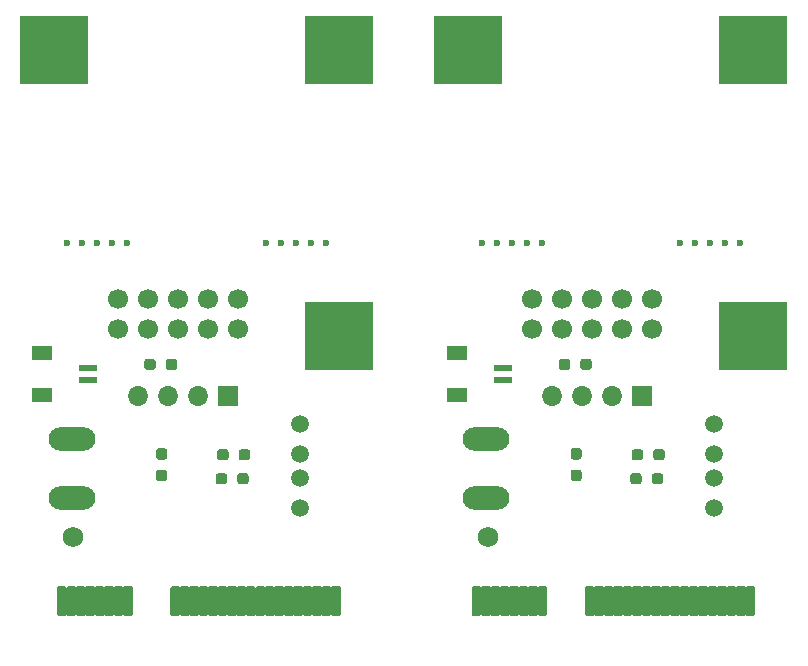
<source format=gbr>
%TF.GenerationSoftware,KiCad,Pcbnew,(5.1.9)-1*%
%TF.CreationDate,2021-06-29T00:03:32+02:00*%
%TF.ProjectId,mPCIE_to_CAN,6d504349-455f-4746-9f5f-43414e2e6b69,rev?*%
%TF.SameCoordinates,Original*%
%TF.FileFunction,Soldermask,Bot*%
%TF.FilePolarity,Negative*%
%FSLAX46Y46*%
G04 Gerber Fmt 4.6, Leading zero omitted, Abs format (unit mm)*
G04 Created by KiCad (PCBNEW (5.1.9)-1) date 2021-06-29 00:03:32*
%MOMM*%
%LPD*%
G01*
G04 APERTURE LIST*
%ADD10C,0.600000*%
%ADD11R,1.550000X0.600000*%
%ADD12R,1.800000X1.200000*%
%ADD13C,1.700000*%
%ADD14R,5.800000X5.800000*%
%ADD15C,1.750000*%
%ADD16O,3.962400X1.981200*%
%ADD17O,1.727200X1.700000*%
%ADD18R,1.727200X1.700000*%
%ADD19C,1.501140*%
G04 APERTURE END LIST*
D10*
%TO.C,REF\u002A\u002A*%
X227173800Y-52169200D03*
X228443800Y-52169200D03*
X230983800Y-52169200D03*
X232253800Y-52169200D03*
X229713800Y-52169200D03*
%TD*%
%TO.C,R3*%
G36*
G01*
X218122500Y-69539800D02*
X218597500Y-69539800D01*
G75*
G02*
X218835000Y-69777300I0J-237500D01*
G01*
X218835000Y-70277300D01*
G75*
G02*
X218597500Y-70514800I-237500J0D01*
G01*
X218122500Y-70514800D01*
G75*
G02*
X217885000Y-70277300I0J237500D01*
G01*
X217885000Y-69777300D01*
G75*
G02*
X218122500Y-69539800I237500J0D01*
G01*
G37*
G36*
G01*
X218122500Y-71364800D02*
X218597500Y-71364800D01*
G75*
G02*
X218835000Y-71602300I0J-237500D01*
G01*
X218835000Y-72102300D01*
G75*
G02*
X218597500Y-72339800I-237500J0D01*
G01*
X218122500Y-72339800D01*
G75*
G02*
X217885000Y-72102300I0J237500D01*
G01*
X217885000Y-71602300D01*
G75*
G02*
X218122500Y-71364800I237500J0D01*
G01*
G37*
%TD*%
D11*
%TO.C,J2*%
X212137000Y-63751600D03*
X212137000Y-62751600D03*
D12*
X208262000Y-61451600D03*
X208262000Y-65051600D03*
%TD*%
D13*
%TO.C,J3*%
X214626200Y-59484400D03*
X217166200Y-59484400D03*
X219706200Y-59484400D03*
X222246200Y-59484400D03*
X224786200Y-59484400D03*
X217166200Y-56944400D03*
X224786200Y-56944400D03*
X219706200Y-56944400D03*
X222246200Y-56944400D03*
X214626200Y-56944400D03*
%TD*%
D14*
%TO.C,REF\u002A\u002A*%
X209206240Y-35843600D03*
%TD*%
%TO.C,R2*%
G36*
G01*
X225729000Y-71896100D02*
X225729000Y-72371100D01*
G75*
G02*
X225491500Y-72608600I-237500J0D01*
G01*
X224991500Y-72608600D01*
G75*
G02*
X224754000Y-72371100I0J237500D01*
G01*
X224754000Y-71896100D01*
G75*
G02*
X224991500Y-71658600I237500J0D01*
G01*
X225491500Y-71658600D01*
G75*
G02*
X225729000Y-71896100I0J-237500D01*
G01*
G37*
G36*
G01*
X223904000Y-71896100D02*
X223904000Y-72371100D01*
G75*
G02*
X223666500Y-72608600I-237500J0D01*
G01*
X223166500Y-72608600D01*
G75*
G02*
X222929000Y-72371100I0J237500D01*
G01*
X222929000Y-71896100D01*
G75*
G02*
X223166500Y-71658600I237500J0D01*
G01*
X223666500Y-71658600D01*
G75*
G02*
X223904000Y-71896100I0J-237500D01*
G01*
G37*
%TD*%
%TO.C,R4*%
G36*
G01*
X219683800Y-62218700D02*
X219683800Y-62693700D01*
G75*
G02*
X219446300Y-62931200I-237500J0D01*
G01*
X218946300Y-62931200D01*
G75*
G02*
X218708800Y-62693700I0J237500D01*
G01*
X218708800Y-62218700D01*
G75*
G02*
X218946300Y-61981200I237500J0D01*
G01*
X219446300Y-61981200D01*
G75*
G02*
X219683800Y-62218700I0J-237500D01*
G01*
G37*
G36*
G01*
X217858800Y-62218700D02*
X217858800Y-62693700D01*
G75*
G02*
X217621300Y-62931200I-237500J0D01*
G01*
X217121300Y-62931200D01*
G75*
G02*
X216883800Y-62693700I0J237500D01*
G01*
X216883800Y-62218700D01*
G75*
G02*
X217121300Y-61981200I237500J0D01*
G01*
X217621300Y-61981200D01*
G75*
G02*
X217858800Y-62218700I0J-237500D01*
G01*
G37*
%TD*%
D15*
%TO.C,U1*%
X210888360Y-77040880D03*
D16*
X210761360Y-68738880D03*
X210761360Y-73738880D03*
D17*
X216349360Y-65102880D03*
X218889360Y-65102880D03*
X221429360Y-65102880D03*
D18*
X223969360Y-65102880D03*
D19*
X230063240Y-72087020D03*
X230063240Y-74627020D03*
X230063240Y-70055020D03*
X230063240Y-67515020D03*
%TD*%
%TO.C,R1*%
G36*
G01*
X225856000Y-69864100D02*
X225856000Y-70339100D01*
G75*
G02*
X225618500Y-70576600I-237500J0D01*
G01*
X225118500Y-70576600D01*
G75*
G02*
X224881000Y-70339100I0J237500D01*
G01*
X224881000Y-69864100D01*
G75*
G02*
X225118500Y-69626600I237500J0D01*
G01*
X225618500Y-69626600D01*
G75*
G02*
X225856000Y-69864100I0J-237500D01*
G01*
G37*
G36*
G01*
X224031000Y-69864100D02*
X224031000Y-70339100D01*
G75*
G02*
X223793500Y-70576600I-237500J0D01*
G01*
X223293500Y-70576600D01*
G75*
G02*
X223056000Y-70339100I0J237500D01*
G01*
X223056000Y-69864100D01*
G75*
G02*
X223293500Y-69626600I237500J0D01*
G01*
X223793500Y-69626600D01*
G75*
G02*
X224031000Y-69864100I0J-237500D01*
G01*
G37*
%TD*%
D10*
%TO.C,REF\u002A\u002A*%
X212924400Y-52169200D03*
X215464400Y-52169200D03*
X214194400Y-52169200D03*
X211654400Y-52169200D03*
X210384400Y-52169200D03*
%TD*%
D14*
%TO.C,REF\u002A\u002A*%
X233371400Y-35843600D03*
%TD*%
%TO.C,J1*%
G36*
G01*
X215209000Y-81243800D02*
X215809000Y-81243800D01*
G75*
G02*
X215909000Y-81343800I0J-100000D01*
G01*
X215909000Y-83643800D01*
G75*
G02*
X215809000Y-83743800I-100000J0D01*
G01*
X215209000Y-83743800D01*
G75*
G02*
X215109000Y-83643800I0J100000D01*
G01*
X215109000Y-81343800D01*
G75*
G02*
X215209000Y-81243800I100000J0D01*
G01*
G37*
G36*
G01*
X219209000Y-81243800D02*
X219809000Y-81243800D01*
G75*
G02*
X219909000Y-81343800I0J-100000D01*
G01*
X219909000Y-83643800D01*
G75*
G02*
X219809000Y-83743800I-100000J0D01*
G01*
X219209000Y-83743800D01*
G75*
G02*
X219109000Y-83643800I0J100000D01*
G01*
X219109000Y-81343800D01*
G75*
G02*
X219209000Y-81243800I100000J0D01*
G01*
G37*
G36*
G01*
X214409000Y-81243800D02*
X215009000Y-81243800D01*
G75*
G02*
X215109000Y-81343800I0J-100000D01*
G01*
X215109000Y-83643800D01*
G75*
G02*
X215009000Y-83743800I-100000J0D01*
G01*
X214409000Y-83743800D01*
G75*
G02*
X214309000Y-83643800I0J100000D01*
G01*
X214309000Y-81343800D01*
G75*
G02*
X214409000Y-81243800I100000J0D01*
G01*
G37*
G36*
G01*
X213609000Y-81243800D02*
X214209000Y-81243800D01*
G75*
G02*
X214309000Y-81343800I0J-100000D01*
G01*
X214309000Y-83643800D01*
G75*
G02*
X214209000Y-83743800I-100000J0D01*
G01*
X213609000Y-83743800D01*
G75*
G02*
X213509000Y-83643800I0J100000D01*
G01*
X213509000Y-81343800D01*
G75*
G02*
X213609000Y-81243800I100000J0D01*
G01*
G37*
G36*
G01*
X212809000Y-81243800D02*
X213409000Y-81243800D01*
G75*
G02*
X213509000Y-81343800I0J-100000D01*
G01*
X213509000Y-83643800D01*
G75*
G02*
X213409000Y-83743800I-100000J0D01*
G01*
X212809000Y-83743800D01*
G75*
G02*
X212709000Y-83643800I0J100000D01*
G01*
X212709000Y-81343800D01*
G75*
G02*
X212809000Y-81243800I100000J0D01*
G01*
G37*
G36*
G01*
X212009000Y-81243800D02*
X212609000Y-81243800D01*
G75*
G02*
X212709000Y-81343800I0J-100000D01*
G01*
X212709000Y-83643800D01*
G75*
G02*
X212609000Y-83743800I-100000J0D01*
G01*
X212009000Y-83743800D01*
G75*
G02*
X211909000Y-83643800I0J100000D01*
G01*
X211909000Y-81343800D01*
G75*
G02*
X212009000Y-81243800I100000J0D01*
G01*
G37*
G36*
G01*
X211209000Y-81243800D02*
X211809000Y-81243800D01*
G75*
G02*
X211909000Y-81343800I0J-100000D01*
G01*
X211909000Y-83643800D01*
G75*
G02*
X211809000Y-83743800I-100000J0D01*
G01*
X211209000Y-83743800D01*
G75*
G02*
X211109000Y-83643800I0J100000D01*
G01*
X211109000Y-81343800D01*
G75*
G02*
X211209000Y-81243800I100000J0D01*
G01*
G37*
G36*
G01*
X210409000Y-81243800D02*
X211009000Y-81243800D01*
G75*
G02*
X211109000Y-81343800I0J-100000D01*
G01*
X211109000Y-83643800D01*
G75*
G02*
X211009000Y-83743800I-100000J0D01*
G01*
X210409000Y-83743800D01*
G75*
G02*
X210309000Y-83643800I0J100000D01*
G01*
X210309000Y-81343800D01*
G75*
G02*
X210409000Y-81243800I100000J0D01*
G01*
G37*
G36*
G01*
X209609000Y-81243800D02*
X210209000Y-81243800D01*
G75*
G02*
X210309000Y-81343800I0J-100000D01*
G01*
X210309000Y-83643800D01*
G75*
G02*
X210209000Y-83743800I-100000J0D01*
G01*
X209609000Y-83743800D01*
G75*
G02*
X209509000Y-83643800I0J100000D01*
G01*
X209509000Y-81343800D01*
G75*
G02*
X209609000Y-81243800I100000J0D01*
G01*
G37*
G36*
G01*
X220009000Y-81243800D02*
X220609000Y-81243800D01*
G75*
G02*
X220709000Y-81343800I0J-100000D01*
G01*
X220709000Y-83643800D01*
G75*
G02*
X220609000Y-83743800I-100000J0D01*
G01*
X220009000Y-83743800D01*
G75*
G02*
X219909000Y-83643800I0J100000D01*
G01*
X219909000Y-81343800D01*
G75*
G02*
X220009000Y-81243800I100000J0D01*
G01*
G37*
G36*
G01*
X220809000Y-81243800D02*
X221409000Y-81243800D01*
G75*
G02*
X221509000Y-81343800I0J-100000D01*
G01*
X221509000Y-83643800D01*
G75*
G02*
X221409000Y-83743800I-100000J0D01*
G01*
X220809000Y-83743800D01*
G75*
G02*
X220709000Y-83643800I0J100000D01*
G01*
X220709000Y-81343800D01*
G75*
G02*
X220809000Y-81243800I100000J0D01*
G01*
G37*
G36*
G01*
X221609000Y-81243800D02*
X222209000Y-81243800D01*
G75*
G02*
X222309000Y-81343800I0J-100000D01*
G01*
X222309000Y-83643800D01*
G75*
G02*
X222209000Y-83743800I-100000J0D01*
G01*
X221609000Y-83743800D01*
G75*
G02*
X221509000Y-83643800I0J100000D01*
G01*
X221509000Y-81343800D01*
G75*
G02*
X221609000Y-81243800I100000J0D01*
G01*
G37*
G36*
G01*
X222409000Y-81243800D02*
X223009000Y-81243800D01*
G75*
G02*
X223109000Y-81343800I0J-100000D01*
G01*
X223109000Y-83643800D01*
G75*
G02*
X223009000Y-83743800I-100000J0D01*
G01*
X222409000Y-83743800D01*
G75*
G02*
X222309000Y-83643800I0J100000D01*
G01*
X222309000Y-81343800D01*
G75*
G02*
X222409000Y-81243800I100000J0D01*
G01*
G37*
G36*
G01*
X223209000Y-81243800D02*
X223809000Y-81243800D01*
G75*
G02*
X223909000Y-81343800I0J-100000D01*
G01*
X223909000Y-83643800D01*
G75*
G02*
X223809000Y-83743800I-100000J0D01*
G01*
X223209000Y-83743800D01*
G75*
G02*
X223109000Y-83643800I0J100000D01*
G01*
X223109000Y-81343800D01*
G75*
G02*
X223209000Y-81243800I100000J0D01*
G01*
G37*
G36*
G01*
X224009000Y-81243800D02*
X224609000Y-81243800D01*
G75*
G02*
X224709000Y-81343800I0J-100000D01*
G01*
X224709000Y-83643800D01*
G75*
G02*
X224609000Y-83743800I-100000J0D01*
G01*
X224009000Y-83743800D01*
G75*
G02*
X223909000Y-83643800I0J100000D01*
G01*
X223909000Y-81343800D01*
G75*
G02*
X224009000Y-81243800I100000J0D01*
G01*
G37*
G36*
G01*
X224809000Y-81243800D02*
X225409000Y-81243800D01*
G75*
G02*
X225509000Y-81343800I0J-100000D01*
G01*
X225509000Y-83643800D01*
G75*
G02*
X225409000Y-83743800I-100000J0D01*
G01*
X224809000Y-83743800D01*
G75*
G02*
X224709000Y-83643800I0J100000D01*
G01*
X224709000Y-81343800D01*
G75*
G02*
X224809000Y-81243800I100000J0D01*
G01*
G37*
G36*
G01*
X225609000Y-81243800D02*
X226209000Y-81243800D01*
G75*
G02*
X226309000Y-81343800I0J-100000D01*
G01*
X226309000Y-83643800D01*
G75*
G02*
X226209000Y-83743800I-100000J0D01*
G01*
X225609000Y-83743800D01*
G75*
G02*
X225509000Y-83643800I0J100000D01*
G01*
X225509000Y-81343800D01*
G75*
G02*
X225609000Y-81243800I100000J0D01*
G01*
G37*
G36*
G01*
X226409000Y-81243800D02*
X227009000Y-81243800D01*
G75*
G02*
X227109000Y-81343800I0J-100000D01*
G01*
X227109000Y-83643800D01*
G75*
G02*
X227009000Y-83743800I-100000J0D01*
G01*
X226409000Y-83743800D01*
G75*
G02*
X226309000Y-83643800I0J100000D01*
G01*
X226309000Y-81343800D01*
G75*
G02*
X226409000Y-81243800I100000J0D01*
G01*
G37*
G36*
G01*
X227209000Y-81243800D02*
X227809000Y-81243800D01*
G75*
G02*
X227909000Y-81343800I0J-100000D01*
G01*
X227909000Y-83643800D01*
G75*
G02*
X227809000Y-83743800I-100000J0D01*
G01*
X227209000Y-83743800D01*
G75*
G02*
X227109000Y-83643800I0J100000D01*
G01*
X227109000Y-81343800D01*
G75*
G02*
X227209000Y-81243800I100000J0D01*
G01*
G37*
G36*
G01*
X228009000Y-81243800D02*
X228609000Y-81243800D01*
G75*
G02*
X228709000Y-81343800I0J-100000D01*
G01*
X228709000Y-83643800D01*
G75*
G02*
X228609000Y-83743800I-100000J0D01*
G01*
X228009000Y-83743800D01*
G75*
G02*
X227909000Y-83643800I0J100000D01*
G01*
X227909000Y-81343800D01*
G75*
G02*
X228009000Y-81243800I100000J0D01*
G01*
G37*
G36*
G01*
X228809000Y-81243800D02*
X229409000Y-81243800D01*
G75*
G02*
X229509000Y-81343800I0J-100000D01*
G01*
X229509000Y-83643800D01*
G75*
G02*
X229409000Y-83743800I-100000J0D01*
G01*
X228809000Y-83743800D01*
G75*
G02*
X228709000Y-83643800I0J100000D01*
G01*
X228709000Y-81343800D01*
G75*
G02*
X228809000Y-81243800I100000J0D01*
G01*
G37*
G36*
G01*
X229609000Y-81243800D02*
X230209000Y-81243800D01*
G75*
G02*
X230309000Y-81343800I0J-100000D01*
G01*
X230309000Y-83643800D01*
G75*
G02*
X230209000Y-83743800I-100000J0D01*
G01*
X229609000Y-83743800D01*
G75*
G02*
X229509000Y-83643800I0J100000D01*
G01*
X229509000Y-81343800D01*
G75*
G02*
X229609000Y-81243800I100000J0D01*
G01*
G37*
G36*
G01*
X230409000Y-81243800D02*
X231009000Y-81243800D01*
G75*
G02*
X231109000Y-81343800I0J-100000D01*
G01*
X231109000Y-83643800D01*
G75*
G02*
X231009000Y-83743800I-100000J0D01*
G01*
X230409000Y-83743800D01*
G75*
G02*
X230309000Y-83643800I0J100000D01*
G01*
X230309000Y-81343800D01*
G75*
G02*
X230409000Y-81243800I100000J0D01*
G01*
G37*
G36*
G01*
X231209000Y-81243800D02*
X231809000Y-81243800D01*
G75*
G02*
X231909000Y-81343800I0J-100000D01*
G01*
X231909000Y-83643800D01*
G75*
G02*
X231809000Y-83743800I-100000J0D01*
G01*
X231209000Y-83743800D01*
G75*
G02*
X231109000Y-83643800I0J100000D01*
G01*
X231109000Y-81343800D01*
G75*
G02*
X231209000Y-81243800I100000J0D01*
G01*
G37*
G36*
G01*
X232009000Y-81243800D02*
X232609000Y-81243800D01*
G75*
G02*
X232709000Y-81343800I0J-100000D01*
G01*
X232709000Y-83643800D01*
G75*
G02*
X232609000Y-83743800I-100000J0D01*
G01*
X232009000Y-83743800D01*
G75*
G02*
X231909000Y-83643800I0J100000D01*
G01*
X231909000Y-81343800D01*
G75*
G02*
X232009000Y-81243800I100000J0D01*
G01*
G37*
G36*
G01*
X232809000Y-81243800D02*
X233409000Y-81243800D01*
G75*
G02*
X233509000Y-81343800I0J-100000D01*
G01*
X233509000Y-83643800D01*
G75*
G02*
X233409000Y-83743800I-100000J0D01*
G01*
X232809000Y-83743800D01*
G75*
G02*
X232709000Y-83643800I0J100000D01*
G01*
X232709000Y-81343800D01*
G75*
G02*
X232809000Y-81243800I100000J0D01*
G01*
G37*
X233371400Y-60043200D03*
%TD*%
D10*
%TO.C,REF\u002A\u002A*%
X175285400Y-52171600D03*
X176555400Y-52171600D03*
X179095400Y-52171600D03*
X180365400Y-52171600D03*
X177825400Y-52171600D03*
%TD*%
%TO.C,REF\u002A\u002A*%
X194614800Y-52171600D03*
X197154800Y-52171600D03*
X195884800Y-52171600D03*
X193344800Y-52171600D03*
X192074800Y-52171600D03*
%TD*%
D14*
%TO.C,REF\u002A\u002A*%
X174107240Y-35846000D03*
%TD*%
%TO.C,REF\u002A\u002A*%
X198272400Y-35846000D03*
%TD*%
D13*
%TO.C,J3*%
X179527200Y-56946800D03*
X187147200Y-56946800D03*
X184607200Y-56946800D03*
X189687200Y-56946800D03*
X182067200Y-56946800D03*
X189687200Y-59486800D03*
X187147200Y-59486800D03*
X184607200Y-59486800D03*
X182067200Y-59486800D03*
X179527200Y-59486800D03*
%TD*%
%TO.C,R4*%
G36*
G01*
X182759800Y-62221100D02*
X182759800Y-62696100D01*
G75*
G02*
X182522300Y-62933600I-237500J0D01*
G01*
X182022300Y-62933600D01*
G75*
G02*
X181784800Y-62696100I0J237500D01*
G01*
X181784800Y-62221100D01*
G75*
G02*
X182022300Y-61983600I237500J0D01*
G01*
X182522300Y-61983600D01*
G75*
G02*
X182759800Y-62221100I0J-237500D01*
G01*
G37*
G36*
G01*
X184584800Y-62221100D02*
X184584800Y-62696100D01*
G75*
G02*
X184347300Y-62933600I-237500J0D01*
G01*
X183847300Y-62933600D01*
G75*
G02*
X183609800Y-62696100I0J237500D01*
G01*
X183609800Y-62221100D01*
G75*
G02*
X183847300Y-61983600I237500J0D01*
G01*
X184347300Y-61983600D01*
G75*
G02*
X184584800Y-62221100I0J-237500D01*
G01*
G37*
%TD*%
%TO.C,R3*%
G36*
G01*
X183023500Y-71367200D02*
X183498500Y-71367200D01*
G75*
G02*
X183736000Y-71604700I0J-237500D01*
G01*
X183736000Y-72104700D01*
G75*
G02*
X183498500Y-72342200I-237500J0D01*
G01*
X183023500Y-72342200D01*
G75*
G02*
X182786000Y-72104700I0J237500D01*
G01*
X182786000Y-71604700D01*
G75*
G02*
X183023500Y-71367200I237500J0D01*
G01*
G37*
G36*
G01*
X183023500Y-69542200D02*
X183498500Y-69542200D01*
G75*
G02*
X183736000Y-69779700I0J-237500D01*
G01*
X183736000Y-70279700D01*
G75*
G02*
X183498500Y-70517200I-237500J0D01*
G01*
X183023500Y-70517200D01*
G75*
G02*
X182786000Y-70279700I0J237500D01*
G01*
X182786000Y-69779700D01*
G75*
G02*
X183023500Y-69542200I237500J0D01*
G01*
G37*
%TD*%
D12*
%TO.C,J2*%
X173163000Y-65054000D03*
X173163000Y-61454000D03*
D11*
X177038000Y-62754000D03*
X177038000Y-63754000D03*
%TD*%
D19*
%TO.C,U1*%
X194964240Y-67517420D03*
X194964240Y-70057420D03*
X194964240Y-74629420D03*
X194964240Y-72089420D03*
D18*
X188870360Y-65105280D03*
D17*
X186330360Y-65105280D03*
X183790360Y-65105280D03*
X181250360Y-65105280D03*
D16*
X175662360Y-73741280D03*
X175662360Y-68741280D03*
D15*
X175789360Y-77043280D03*
%TD*%
%TO.C,R2*%
G36*
G01*
X188805000Y-71898500D02*
X188805000Y-72373500D01*
G75*
G02*
X188567500Y-72611000I-237500J0D01*
G01*
X188067500Y-72611000D01*
G75*
G02*
X187830000Y-72373500I0J237500D01*
G01*
X187830000Y-71898500D01*
G75*
G02*
X188067500Y-71661000I237500J0D01*
G01*
X188567500Y-71661000D01*
G75*
G02*
X188805000Y-71898500I0J-237500D01*
G01*
G37*
G36*
G01*
X190630000Y-71898500D02*
X190630000Y-72373500D01*
G75*
G02*
X190392500Y-72611000I-237500J0D01*
G01*
X189892500Y-72611000D01*
G75*
G02*
X189655000Y-72373500I0J237500D01*
G01*
X189655000Y-71898500D01*
G75*
G02*
X189892500Y-71661000I237500J0D01*
G01*
X190392500Y-71661000D01*
G75*
G02*
X190630000Y-71898500I0J-237500D01*
G01*
G37*
%TD*%
%TO.C,R1*%
G36*
G01*
X188932000Y-69866500D02*
X188932000Y-70341500D01*
G75*
G02*
X188694500Y-70579000I-237500J0D01*
G01*
X188194500Y-70579000D01*
G75*
G02*
X187957000Y-70341500I0J237500D01*
G01*
X187957000Y-69866500D01*
G75*
G02*
X188194500Y-69629000I237500J0D01*
G01*
X188694500Y-69629000D01*
G75*
G02*
X188932000Y-69866500I0J-237500D01*
G01*
G37*
G36*
G01*
X190757000Y-69866500D02*
X190757000Y-70341500D01*
G75*
G02*
X190519500Y-70579000I-237500J0D01*
G01*
X190019500Y-70579000D01*
G75*
G02*
X189782000Y-70341500I0J237500D01*
G01*
X189782000Y-69866500D01*
G75*
G02*
X190019500Y-69629000I237500J0D01*
G01*
X190519500Y-69629000D01*
G75*
G02*
X190757000Y-69866500I0J-237500D01*
G01*
G37*
%TD*%
D14*
%TO.C,J1*%
X198272400Y-60045600D03*
G36*
G01*
X197710000Y-81246200D02*
X198310000Y-81246200D01*
G75*
G02*
X198410000Y-81346200I0J-100000D01*
G01*
X198410000Y-83646200D01*
G75*
G02*
X198310000Y-83746200I-100000J0D01*
G01*
X197710000Y-83746200D01*
G75*
G02*
X197610000Y-83646200I0J100000D01*
G01*
X197610000Y-81346200D01*
G75*
G02*
X197710000Y-81246200I100000J0D01*
G01*
G37*
G36*
G01*
X196910000Y-81246200D02*
X197510000Y-81246200D01*
G75*
G02*
X197610000Y-81346200I0J-100000D01*
G01*
X197610000Y-83646200D01*
G75*
G02*
X197510000Y-83746200I-100000J0D01*
G01*
X196910000Y-83746200D01*
G75*
G02*
X196810000Y-83646200I0J100000D01*
G01*
X196810000Y-81346200D01*
G75*
G02*
X196910000Y-81246200I100000J0D01*
G01*
G37*
G36*
G01*
X196110000Y-81246200D02*
X196710000Y-81246200D01*
G75*
G02*
X196810000Y-81346200I0J-100000D01*
G01*
X196810000Y-83646200D01*
G75*
G02*
X196710000Y-83746200I-100000J0D01*
G01*
X196110000Y-83746200D01*
G75*
G02*
X196010000Y-83646200I0J100000D01*
G01*
X196010000Y-81346200D01*
G75*
G02*
X196110000Y-81246200I100000J0D01*
G01*
G37*
G36*
G01*
X195310000Y-81246200D02*
X195910000Y-81246200D01*
G75*
G02*
X196010000Y-81346200I0J-100000D01*
G01*
X196010000Y-83646200D01*
G75*
G02*
X195910000Y-83746200I-100000J0D01*
G01*
X195310000Y-83746200D01*
G75*
G02*
X195210000Y-83646200I0J100000D01*
G01*
X195210000Y-81346200D01*
G75*
G02*
X195310000Y-81246200I100000J0D01*
G01*
G37*
G36*
G01*
X194510000Y-81246200D02*
X195110000Y-81246200D01*
G75*
G02*
X195210000Y-81346200I0J-100000D01*
G01*
X195210000Y-83646200D01*
G75*
G02*
X195110000Y-83746200I-100000J0D01*
G01*
X194510000Y-83746200D01*
G75*
G02*
X194410000Y-83646200I0J100000D01*
G01*
X194410000Y-81346200D01*
G75*
G02*
X194510000Y-81246200I100000J0D01*
G01*
G37*
G36*
G01*
X193710000Y-81246200D02*
X194310000Y-81246200D01*
G75*
G02*
X194410000Y-81346200I0J-100000D01*
G01*
X194410000Y-83646200D01*
G75*
G02*
X194310000Y-83746200I-100000J0D01*
G01*
X193710000Y-83746200D01*
G75*
G02*
X193610000Y-83646200I0J100000D01*
G01*
X193610000Y-81346200D01*
G75*
G02*
X193710000Y-81246200I100000J0D01*
G01*
G37*
G36*
G01*
X192910000Y-81246200D02*
X193510000Y-81246200D01*
G75*
G02*
X193610000Y-81346200I0J-100000D01*
G01*
X193610000Y-83646200D01*
G75*
G02*
X193510000Y-83746200I-100000J0D01*
G01*
X192910000Y-83746200D01*
G75*
G02*
X192810000Y-83646200I0J100000D01*
G01*
X192810000Y-81346200D01*
G75*
G02*
X192910000Y-81246200I100000J0D01*
G01*
G37*
G36*
G01*
X192110000Y-81246200D02*
X192710000Y-81246200D01*
G75*
G02*
X192810000Y-81346200I0J-100000D01*
G01*
X192810000Y-83646200D01*
G75*
G02*
X192710000Y-83746200I-100000J0D01*
G01*
X192110000Y-83746200D01*
G75*
G02*
X192010000Y-83646200I0J100000D01*
G01*
X192010000Y-81346200D01*
G75*
G02*
X192110000Y-81246200I100000J0D01*
G01*
G37*
G36*
G01*
X191310000Y-81246200D02*
X191910000Y-81246200D01*
G75*
G02*
X192010000Y-81346200I0J-100000D01*
G01*
X192010000Y-83646200D01*
G75*
G02*
X191910000Y-83746200I-100000J0D01*
G01*
X191310000Y-83746200D01*
G75*
G02*
X191210000Y-83646200I0J100000D01*
G01*
X191210000Y-81346200D01*
G75*
G02*
X191310000Y-81246200I100000J0D01*
G01*
G37*
G36*
G01*
X190510000Y-81246200D02*
X191110000Y-81246200D01*
G75*
G02*
X191210000Y-81346200I0J-100000D01*
G01*
X191210000Y-83646200D01*
G75*
G02*
X191110000Y-83746200I-100000J0D01*
G01*
X190510000Y-83746200D01*
G75*
G02*
X190410000Y-83646200I0J100000D01*
G01*
X190410000Y-81346200D01*
G75*
G02*
X190510000Y-81246200I100000J0D01*
G01*
G37*
G36*
G01*
X189710000Y-81246200D02*
X190310000Y-81246200D01*
G75*
G02*
X190410000Y-81346200I0J-100000D01*
G01*
X190410000Y-83646200D01*
G75*
G02*
X190310000Y-83746200I-100000J0D01*
G01*
X189710000Y-83746200D01*
G75*
G02*
X189610000Y-83646200I0J100000D01*
G01*
X189610000Y-81346200D01*
G75*
G02*
X189710000Y-81246200I100000J0D01*
G01*
G37*
G36*
G01*
X188910000Y-81246200D02*
X189510000Y-81246200D01*
G75*
G02*
X189610000Y-81346200I0J-100000D01*
G01*
X189610000Y-83646200D01*
G75*
G02*
X189510000Y-83746200I-100000J0D01*
G01*
X188910000Y-83746200D01*
G75*
G02*
X188810000Y-83646200I0J100000D01*
G01*
X188810000Y-81346200D01*
G75*
G02*
X188910000Y-81246200I100000J0D01*
G01*
G37*
G36*
G01*
X188110000Y-81246200D02*
X188710000Y-81246200D01*
G75*
G02*
X188810000Y-81346200I0J-100000D01*
G01*
X188810000Y-83646200D01*
G75*
G02*
X188710000Y-83746200I-100000J0D01*
G01*
X188110000Y-83746200D01*
G75*
G02*
X188010000Y-83646200I0J100000D01*
G01*
X188010000Y-81346200D01*
G75*
G02*
X188110000Y-81246200I100000J0D01*
G01*
G37*
G36*
G01*
X187310000Y-81246200D02*
X187910000Y-81246200D01*
G75*
G02*
X188010000Y-81346200I0J-100000D01*
G01*
X188010000Y-83646200D01*
G75*
G02*
X187910000Y-83746200I-100000J0D01*
G01*
X187310000Y-83746200D01*
G75*
G02*
X187210000Y-83646200I0J100000D01*
G01*
X187210000Y-81346200D01*
G75*
G02*
X187310000Y-81246200I100000J0D01*
G01*
G37*
G36*
G01*
X186510000Y-81246200D02*
X187110000Y-81246200D01*
G75*
G02*
X187210000Y-81346200I0J-100000D01*
G01*
X187210000Y-83646200D01*
G75*
G02*
X187110000Y-83746200I-100000J0D01*
G01*
X186510000Y-83746200D01*
G75*
G02*
X186410000Y-83646200I0J100000D01*
G01*
X186410000Y-81346200D01*
G75*
G02*
X186510000Y-81246200I100000J0D01*
G01*
G37*
G36*
G01*
X185710000Y-81246200D02*
X186310000Y-81246200D01*
G75*
G02*
X186410000Y-81346200I0J-100000D01*
G01*
X186410000Y-83646200D01*
G75*
G02*
X186310000Y-83746200I-100000J0D01*
G01*
X185710000Y-83746200D01*
G75*
G02*
X185610000Y-83646200I0J100000D01*
G01*
X185610000Y-81346200D01*
G75*
G02*
X185710000Y-81246200I100000J0D01*
G01*
G37*
G36*
G01*
X184910000Y-81246200D02*
X185510000Y-81246200D01*
G75*
G02*
X185610000Y-81346200I0J-100000D01*
G01*
X185610000Y-83646200D01*
G75*
G02*
X185510000Y-83746200I-100000J0D01*
G01*
X184910000Y-83746200D01*
G75*
G02*
X184810000Y-83646200I0J100000D01*
G01*
X184810000Y-81346200D01*
G75*
G02*
X184910000Y-81246200I100000J0D01*
G01*
G37*
G36*
G01*
X174510000Y-81246200D02*
X175110000Y-81246200D01*
G75*
G02*
X175210000Y-81346200I0J-100000D01*
G01*
X175210000Y-83646200D01*
G75*
G02*
X175110000Y-83746200I-100000J0D01*
G01*
X174510000Y-83746200D01*
G75*
G02*
X174410000Y-83646200I0J100000D01*
G01*
X174410000Y-81346200D01*
G75*
G02*
X174510000Y-81246200I100000J0D01*
G01*
G37*
G36*
G01*
X175310000Y-81246200D02*
X175910000Y-81246200D01*
G75*
G02*
X176010000Y-81346200I0J-100000D01*
G01*
X176010000Y-83646200D01*
G75*
G02*
X175910000Y-83746200I-100000J0D01*
G01*
X175310000Y-83746200D01*
G75*
G02*
X175210000Y-83646200I0J100000D01*
G01*
X175210000Y-81346200D01*
G75*
G02*
X175310000Y-81246200I100000J0D01*
G01*
G37*
G36*
G01*
X176110000Y-81246200D02*
X176710000Y-81246200D01*
G75*
G02*
X176810000Y-81346200I0J-100000D01*
G01*
X176810000Y-83646200D01*
G75*
G02*
X176710000Y-83746200I-100000J0D01*
G01*
X176110000Y-83746200D01*
G75*
G02*
X176010000Y-83646200I0J100000D01*
G01*
X176010000Y-81346200D01*
G75*
G02*
X176110000Y-81246200I100000J0D01*
G01*
G37*
G36*
G01*
X176910000Y-81246200D02*
X177510000Y-81246200D01*
G75*
G02*
X177610000Y-81346200I0J-100000D01*
G01*
X177610000Y-83646200D01*
G75*
G02*
X177510000Y-83746200I-100000J0D01*
G01*
X176910000Y-83746200D01*
G75*
G02*
X176810000Y-83646200I0J100000D01*
G01*
X176810000Y-81346200D01*
G75*
G02*
X176910000Y-81246200I100000J0D01*
G01*
G37*
G36*
G01*
X177710000Y-81246200D02*
X178310000Y-81246200D01*
G75*
G02*
X178410000Y-81346200I0J-100000D01*
G01*
X178410000Y-83646200D01*
G75*
G02*
X178310000Y-83746200I-100000J0D01*
G01*
X177710000Y-83746200D01*
G75*
G02*
X177610000Y-83646200I0J100000D01*
G01*
X177610000Y-81346200D01*
G75*
G02*
X177710000Y-81246200I100000J0D01*
G01*
G37*
G36*
G01*
X178510000Y-81246200D02*
X179110000Y-81246200D01*
G75*
G02*
X179210000Y-81346200I0J-100000D01*
G01*
X179210000Y-83646200D01*
G75*
G02*
X179110000Y-83746200I-100000J0D01*
G01*
X178510000Y-83746200D01*
G75*
G02*
X178410000Y-83646200I0J100000D01*
G01*
X178410000Y-81346200D01*
G75*
G02*
X178510000Y-81246200I100000J0D01*
G01*
G37*
G36*
G01*
X179310000Y-81246200D02*
X179910000Y-81246200D01*
G75*
G02*
X180010000Y-81346200I0J-100000D01*
G01*
X180010000Y-83646200D01*
G75*
G02*
X179910000Y-83746200I-100000J0D01*
G01*
X179310000Y-83746200D01*
G75*
G02*
X179210000Y-83646200I0J100000D01*
G01*
X179210000Y-81346200D01*
G75*
G02*
X179310000Y-81246200I100000J0D01*
G01*
G37*
G36*
G01*
X184110000Y-81246200D02*
X184710000Y-81246200D01*
G75*
G02*
X184810000Y-81346200I0J-100000D01*
G01*
X184810000Y-83646200D01*
G75*
G02*
X184710000Y-83746200I-100000J0D01*
G01*
X184110000Y-83746200D01*
G75*
G02*
X184010000Y-83646200I0J100000D01*
G01*
X184010000Y-81346200D01*
G75*
G02*
X184110000Y-81246200I100000J0D01*
G01*
G37*
G36*
G01*
X180110000Y-81246200D02*
X180710000Y-81246200D01*
G75*
G02*
X180810000Y-81346200I0J-100000D01*
G01*
X180810000Y-83646200D01*
G75*
G02*
X180710000Y-83746200I-100000J0D01*
G01*
X180110000Y-83746200D01*
G75*
G02*
X180010000Y-83646200I0J100000D01*
G01*
X180010000Y-81346200D01*
G75*
G02*
X180110000Y-81246200I100000J0D01*
G01*
G37*
%TD*%
M02*

</source>
